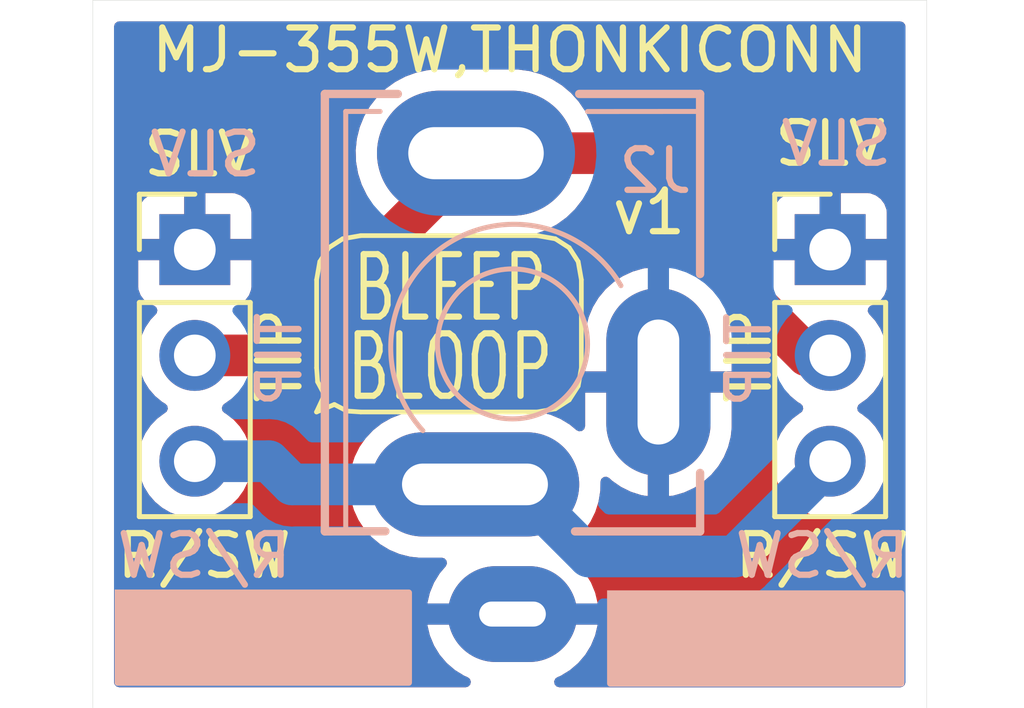
<source format=kicad_pcb>
(kicad_pcb (version 20211014) (generator pcbnew)
  (title_block (title "Audio Jack BOB") (date "2022-01-22") (rev "v1"))
  (layers (0 "F.Cu" signal) (31 "B.Cu" signal) (34 "B.Paste" user) (35 "F.Paste" user) (36 "B.SilkS" user "B.Silkscreen") (37 "F.SilkS" user "F.Silkscreen") (38 "B.Mask" user) (39 "F.Mask" user) (44 "Edge.Cuts" user))
  (net 0 "")
  (net 1 "GND")
  (net 2 "Net-(J2-PadT)")
  (net 3 "Net-(J2-PadTN)")
  (footprint "Connector_PinHeader_2.54mm:PinHeader_1x03_P2.54mm_Vertical" (layer "F.Cu") (at 233.55 149.032)
    (fp_text reference "J4" hide)
    (fp_text value "Conn_01x03")
    (fp_line (start -1.33 -1.33) (end 0 -1.33) (layer "F.SilkS") (width 0.12))
    (fp_line (start -1.33 0) (end -1.33 -1.33) (layer "F.SilkS") (width 0.12))
    (fp_line (start -1.33 6.41) (end 1.33 6.41) (layer "F.SilkS") (width 0.12))
    (fp_line (start -1.33 1.27) (end 1.33 1.27) (layer "F.SilkS") (width 0.12))
    (fp_line (start -1.33 1.27) (end -1.33 6.41) (layer "F.SilkS") (width 0.12))
    (fp_line (start 1.33 1.27) (end 1.33 6.41) (layer "F.SilkS") (width 0.12))
    (pad "1" thru_hole rect locked (at 0 0) (size 1.7 1.7) (drill 1) (layers *.Cu *.Mask) (net 1 "GND"))
    (pad "2" thru_hole oval locked (at 0 2.54) (size 1.7 1.7) (drill 1) (layers *.Cu *.Mask) (net 2 "Net-(J2-PadT)"))
    (pad "3" thru_hole oval locked (at 0 5.08) (size 1.7 1.7) (drill 1) (layers *.Cu *.Mask) (net 3 "Net-(J2-PadTN)"))
  )
  (footprint "My Stuff:Logo1" (layer "F.Cu") (at 224.382 150.805)
    (fp_text reference "LOGO1" hide)
    (fp_text value "logo1" hide)
    (fp_text user "BLEEP" (at 0.05 -0.85) (layer "F.SilkS") (effects (font (size 1.5 1))))
    (fp_text user "BLOOP" (at 0.05 1.05) (layer "F.SilkS") (effects (font (size 1.5 1))))
    (fp_line (start -2.724937 1.944755) (end -3.152556 2.12499) (layer "F.SilkS") (width 0.1125))
    (fp_line (start -2.960877 1.712768) (end -3.12636 1.401287) (layer "F.SilkS") (width 0.1125))
    (fp_line (start 2.574917 2.04893) (end 2.141661 2.124998) (layer "F.SilkS") (width 0.1125))
    (fp_line (start -2.091669 2.124998) (end -2.422348 2.102468) (layer "F.SilkS") (width 0.1125))
    (fp_line (start -2.858959 -1.817291) (end -2.524922 -2.032264) (layer "F.SilkS") (width 0.1125))
    (fp_line (start 3.199995 -1.050002) (end 3.199993 1.066665) (layer "F.SilkS") (width 0.1125))
    (fp_line (start 2.908954 -1.817291) (end 3.123927 -1.483255) (layer "F.SilkS") (width 0.1125))
    (fp_line (start -2.422348 2.102468) (end -2.724937 1.944755) (layer "F.SilkS") (width 0.1125))
    (fp_line (start 2.141661 2.124998) (end -2.091669 2.124998) (layer "F.SilkS") (width 0.1125))
    (fp_line (start -2.524922 -2.032264) (end -2.091667 -2.108332) (layer "F.SilkS") (width 0.1125))
    (fp_line (start 3.123926 1.49992) (end 2.908952 1.833956) (layer "F.SilkS") (width 0.1125))
    (fp_line (start -3.15 -1.05) (end -3.073933 -1.483255) (layer "F.SilkS") (width 0.1125))
    (fp_line (start -3.073933 -1.483255) (end -2.858959 -1.817291) (layer "F.SilkS") (width 0.1125))
    (fp_line (start 3.199993 1.066665) (end 3.123926 1.49992) (layer "F.SilkS") (width 0.1125))
    (fp_line (start 3.123927 -1.483255) (end 3.199995 -1.050002) (layer "F.SilkS") (width 0.1125))
    (fp_line (start 2.574917 -2.032266) (end 2.908954 -1.817291) (layer "F.SilkS") (width 0.1125))
    (fp_line (start -3.152556 2.12499) (end -2.960877 1.712768) (layer "F.SilkS") (width 0.1125))
    (fp_line (start -2.091667 -2.108332) (end 2.141663 -2.108335) (layer "F.SilkS") (width 0.1125))
    (fp_line (start 2.141663 -2.108335) (end 2.574917 -2.032266) (layer "F.SilkS") (width 0.1125))
    (fp_line (start 2.908952 1.833956) (end 2.574917 2.04893) (layer "F.SilkS") (width 0.1125))
    (fp_line (start -3.12636 1.401287) (end -3.150001 1.066665) (layer "F.SilkS") (width 0.1125))
    (fp_line (start -3.150001 1.066665) (end -3.15 -1.05) (layer "F.SilkS") (width 0.1125))
  )
  (footprint "Connector_PinHeader_2.54mm:PinHeader_1x03_P2.54mm_Vertical" (layer "F.Cu") (at 218.31 149.032)
    (fp_text reference "J3" hide)
    (fp_text value "Conn_01x03")
    (fp_line (start -1.33 6.41) (end 1.33 6.41) (layer "F.SilkS") (width 0.12))
    (fp_line (start -1.33 1.27) (end -1.33 6.41) (layer "F.SilkS") (width 0.12))
    (fp_line (start -1.33 0) (end -1.33 -1.33) (layer "F.SilkS") (width 0.12))
    (fp_line (start -1.33 -1.33) (end 0 -1.33) (layer "F.SilkS") (width 0.12))
    (fp_line (start 1.33 1.27) (end 1.33 6.41) (layer "F.SilkS") (width 0.12))
    (fp_line (start -1.33 1.27) (end 1.33 1.27) (layer "F.SilkS") (width 0.12))
    (pad "1" thru_hole rect locked (at 0 0) (size 1.7 1.7) (drill 1) (layers *.Cu *.Mask) (net 1 "GND"))
    (pad "2" thru_hole oval locked (at 0 2.54) (size 1.7 1.7) (drill 1) (layers *.Cu *.Mask) (net 2 "Net-(J2-PadT)"))
    (pad "3" thru_hole oval locked (at 0 5.08) (size 1.7 1.7) (drill 1) (layers *.Cu *.Mask) (net 3 "Net-(J2-PadTN)"))
  )
  (footprint "My Stuff:Jack_3.5mm_MJ-355W_and_PJ398SM_Vertical" (layer "B.Cu") (at 225.93 151.318 180)
    (fp_text reference "J2" (at -3.425 4.175) (layer "B.SilkS") (effects (justify mirror)))
    (fp_text value "AudioJack2_SwitchT" hide)
    (fp_line (start 4.5 -4.477911) (end 4.5 6.022089) (layer "B.SilkS") (width 0.2))
    (fp_line (start 4 5.602089) (end 3.175 5.602089) (layer "B.SilkS") (width 0.12))
    (fp_line (start -4.5 -4.477911) (end -1.5 -4.477911) (layer "B.SilkS") (width 0.2))
    (fp_line (start -4.5 -4.477911) (end -4.5 -3.075) (layer "B.SilkS") (width 0.2))
    (fp_line (start 4 -4.497911) (end 4 5.602089) (layer "B.SilkS") (width 0.12))
    (fp_line (start -1.8 5.6) (end -4.5 5.602089) (layer "B.SilkS") (width 0.12))
    (fp_line (start 3.05 -4.475) (end 4.5 -4.477911) (layer "B.SilkS") (width 0.2))
    (fp_line (start -4.5 1.7) (end -4.5 6.022089) (layer "B.SilkS") (width 0.2))
    (fp_line (start -4.5 6.022089) (end -1.6 6.022089) (layer "B.SilkS") (width 0.2))
    (fp_line (start 2.75 6.022089) (end 4.5 6.022089) (layer "B.SilkS") (width 0.2))
    (fp_arc (start 2.15 -2.06) (mid 1.709804 2.321644) (end -2.600723 1.420571) (layer "B.SilkS") (width 0.12))
    (fp_circle (center 0 0.022089) (end -1.8 0.022089) (layer "B.SilkS") (width 0.12) (fill none))
    (pad "S" thru_hole oval (at 0 -6.462911 180) (size 3.1 2.3) (drill oval 1.6 0.6) (layers *.Cu *.Mask) (net 1 "GND"))
    (pad "S" thru_hole oval (at -3.5 -0.892911 180) (size 2.5 4.5) (drill oval 1 3) (layers *.Cu *.Mask) (net 1 "GND"))
    (pad "T" thru_hole oval (at 0.875 4.6) (size 4.75 3) (drill oval 3.25 1.25) (layers *.Cu *.Mask) (net 2 "Net-(J2-PadT)"))
    (pad "TN" thru_hole oval (at 0.9 -3.35 180) (size 5 2.5) (drill oval 3.5 1) (layers *.Cu *.Mask) (net 3 "Net-(J2-PadTN)"))
  )
  (gr_rect (start 216.464 157.266) (end 223.444 159.426) (layer "B.SilkS") (width 0.15) (fill solid))
  (gr_rect (start 228.274 157.286) (end 235.254 159.446) (layer "B.SilkS") (width 0.15) (fill solid))
  (gr_rect (start 235.864 143.046) (end 215.864 160.046) (layer "Edge.Cuts") (width 0.01) (fill none))
  (gr_text "SLV" (at 218.564 146.746) (layer "B.SilkS") (effects (font (size 1 1)) (justify mirror)))
  (gr_text "R/SW" (at 218.535 156.382) (layer "B.SilkS") (effects (font (size 1 1)) (justify mirror)))
  (gr_text "R/SW" (at 233.36 156.382) (layer "B.SilkS") (effects (font (size 1 1)) (justify mirror)))
  (gr_text "SLV" (at 233.700762 146.492) (layer "B.SilkS") (effects (font (size 1 1)) (justify mirror)))
  (gr_text "TIP\n" (at 231.6 151.682 90) (layer "B.SilkS") (effects (font (size 1 1)) (justify mirror)))
  (gr_text "TIP\n" (at 220.342 151.675238 90) (layer "B.SilkS") (effects (font (size 1 1)) (justify mirror)))
  (gr_text "TIP\n" (at 231.6 151.578762 90) (layer "F.SilkS") (effects (font (size 1 1))))
  (gr_text "TIP\n" (at 220.342 151.572 90) (layer "F.SilkS") (effects (font (size 1 1))))
  (gr_text "Robot" (at 220.192 158.635) (layer "F.SilkS") (effects (font (size 1 1))))
  (gr_text "SLV" (at 233.55 146.492) (layer "F.SilkS") (effects (font (size 1 1))))
  (gr_text "SLV" (at 218.413238 146.746) (layer "F.SilkS") (effects (font (size 1 1))))
  (gr_text "R/SW" (at 218.535 156.382) (layer "F.SilkS") (effects (font (size 1 1))))
  (gr_text "R/SW" (at 233.36 156.382) (layer "F.SilkS") (effects (font (size 1 1))))
  (gr_text "Dialogs" (at 231.592 158.635) (layer "F.SilkS") (effects (font (size 1 1))))
  (gr_text "MJ-355W,THONKICONN" (at 225.864 144.246) (layer "F.SilkS") (effects (font (size 1 1))))
  (gr_text "v1" (at 229.202 148.135) (layer "F.SilkS") (effects (font (size 1 1))))
  (segment (start 233.55 151.572) (end 232.990978 151.572) (width 1) (layer "F.Cu") (net 2))
  (segment (start 228.136978 146.718) (end 225.055 146.718) (width 1) (layer "F.Cu") (net 2))
  (segment (start 218.31 151.572) (end 220.201 151.572) (width 1) (layer "F.Cu") (net 2))
  (segment (start 220.201 151.572) (end 225.055 146.718) (width 1) (layer "F.Cu") (net 2))
  (segment (start 232.990978 151.572) (end 228.136978 146.718) (width 1) (layer "F.Cu") (net 2))
  (segment (start 218.31 154.112) (end 220.088 154.112) (width 1) (layer "B.Cu") (net 3))
  (segment (start 233.55 154.112) (end 231.264 156.398) (width 1) (layer "B.Cu") (net 3))
  (segment (start 220.644 154.668) (end 225.03 154.668) (width 1) (layer "B.Cu") (net 3))
  (segment (start 220.088 154.112) (end 220.644 154.668) (width 1) (layer "B.Cu") (net 3))
  (segment (start 231.264 156.398) (end 227.76 156.398) (width 1) (layer "B.Cu") (net 3))
  (segment (start 227.76 156.398) (end 226.03 154.668) (width 1) (layer "B.Cu") (net 3))
  (segment (start 226.03 154.668) (end 225.03 154.668) (width 1) (layer "B.Cu") (net 3))
  (zone (net 1) (net_name "GND") (layers F&B.Cu) (connect_pads (clearance 0.508)) (min_thickness 0.254) (fill yes (thermal_gap 0.508) (thermal_bridge_width 0.508))
    (polygon (pts (xy 235.364 159.546) (xy 216.364 159.546) (xy 216.364 143.546) (xy 235.364 143.546)))
  )
)
</source>
